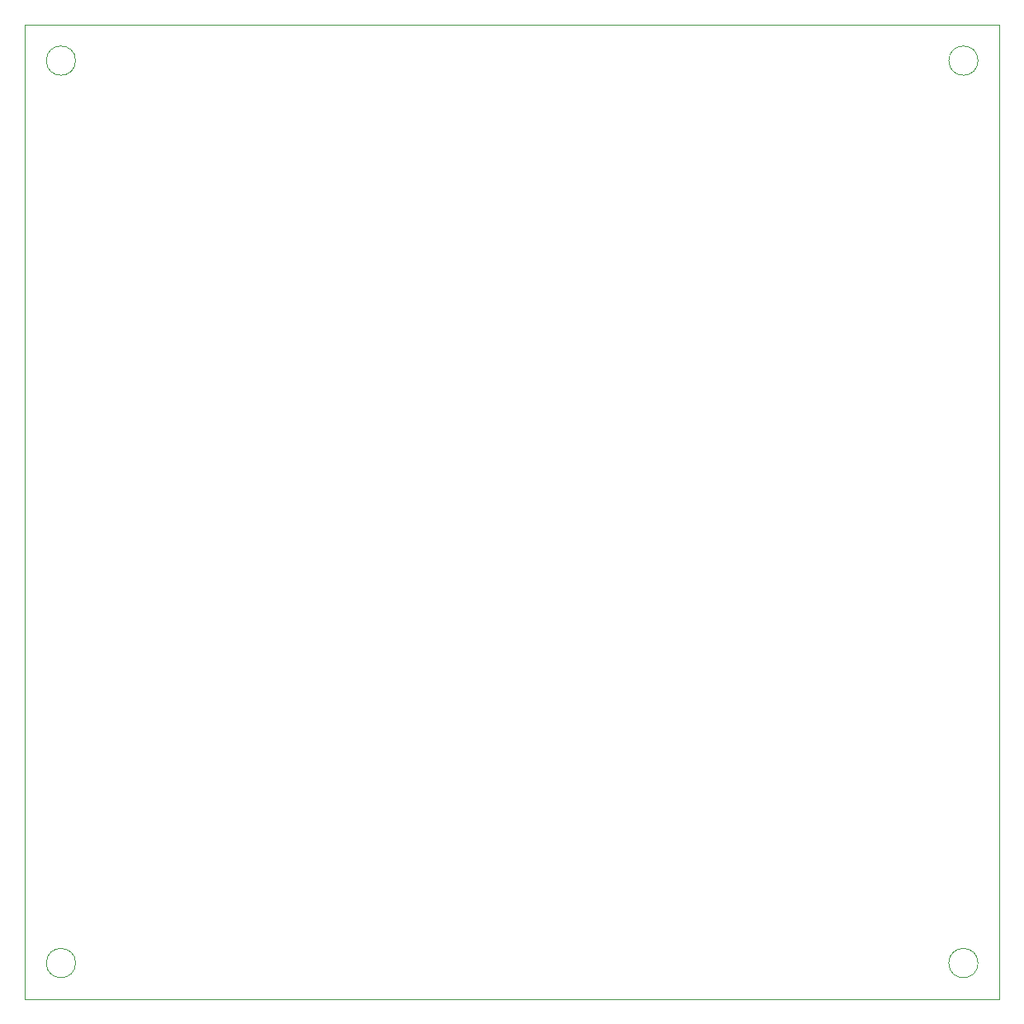
<source format=gbr>
%TF.GenerationSoftware,KiCad,Pcbnew,(6.0.5)*%
%TF.CreationDate,2022-10-16T21:35:54+03:00*%
%TF.ProjectId,VGA_SCREENSYNC,5647415f-5343-4524-9545-4e53594e432e,rev?*%
%TF.SameCoordinates,Original*%
%TF.FileFunction,Profile,NP*%
%FSLAX46Y46*%
G04 Gerber Fmt 4.6, Leading zero omitted, Abs format (unit mm)*
G04 Created by KiCad (PCBNEW (6.0.5)) date 2022-10-16 21:35:54*
%MOMM*%
%LPD*%
G01*
G04 APERTURE LIST*
%TA.AperFunction,Profile*%
%ADD10C,0.100000*%
%TD*%
G04 APERTURE END LIST*
D10*
X146100000Y-138660000D02*
G75*
G03*
X146100000Y-138660000I-1500000J0D01*
G01*
X48300000Y-42360000D02*
X148300000Y-42360000D01*
X148300000Y-42360000D02*
X148300000Y-142360000D01*
X148300000Y-142360000D02*
X48300000Y-142360000D01*
X48300000Y-142360000D02*
X48300000Y-42360000D01*
X53500000Y-46060000D02*
G75*
G03*
X53500000Y-46060000I-1500000J0D01*
G01*
X146100000Y-46060000D02*
G75*
G03*
X146100000Y-46060000I-1500000J0D01*
G01*
X53500000Y-138660000D02*
G75*
G03*
X53500000Y-138660000I-1500000J0D01*
G01*
M02*

</source>
